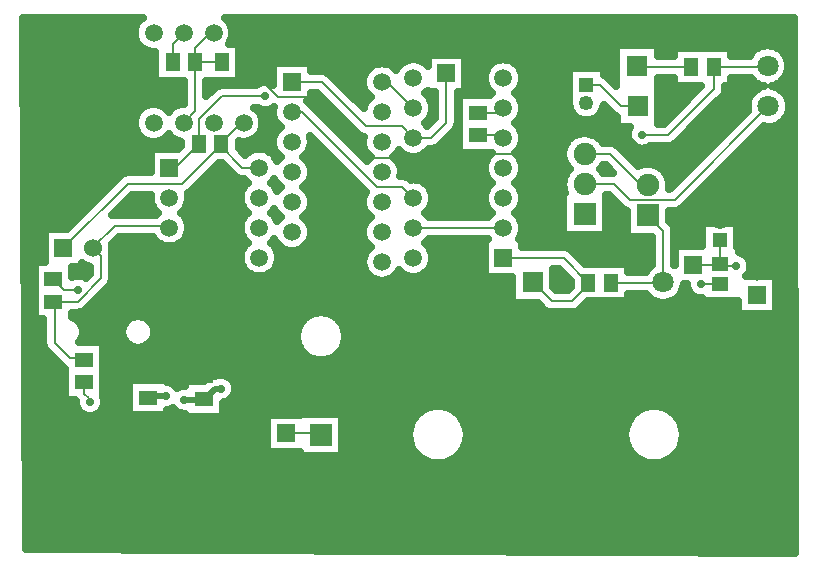
<source format=gbr>
G04 DipTrace 3.2.0.1*
G04 Bottom.gbr*
%MOMM*%
G04 #@! TF.FileFunction,Copper,L2,Bot*
G04 #@! TF.Part,Single*
G04 #@! TA.AperFunction,Conductor*
%ADD14C,0.5*%
%ADD15C,0.2*%
G04 #@! TA.AperFunction,CopperBalancing*
%ADD16C,0.635*%
%ADD17R,1.3X1.5*%
%ADD18R,1.5X1.3*%
G04 #@! TA.AperFunction,ComponentPad*
%ADD19R,1.25X1.25*%
%ADD20C,1.25*%
%ADD21R,1.8X1.8*%
%ADD22C,1.8*%
%ADD26R,1.9X1.9*%
%ADD27C,1.9*%
%ADD28R,1.5X1.5*%
%ADD29C,1.5*%
%ADD30R,1.45X1.2*%
G04 #@! TA.AperFunction,ComponentPad*
%ADD31R,1.524X1.524*%
%ADD32C,1.524*%
G04 #@! TA.AperFunction,ViaPad*
%ADD36C,0.7*%
%ADD38C,1.6*%
%FSLAX35Y35*%
G04*
G71*
G90*
G75*
G01*
G04 Bottom*
%LPD*%
X-3144050Y-1221330D2*
D14*
X-2682010D1*
X-2670860Y-1232480D1*
X-3144050Y-1221330D2*
X-3245960D1*
X-3581027Y-1556397D1*
Y-1766200D1*
X-2333537Y1426740D2*
D15*
Y1671543D1*
X-2337770Y1675777D1*
X-899553Y530633D2*
X-784527D1*
X-662230Y652930D1*
X31753D1*
X299573Y920750D1*
X803270D1*
X1084693Y639327D1*
X-3354370Y-144157D2*
X-3049023D1*
X-2966157Y-227023D1*
X-2333537Y1426740D2*
Y1423390D1*
X-2041770Y1131623D1*
X-1750507D1*
X-1239800Y620917D1*
X-989837D1*
X-899553Y530633D1*
X-2588597Y-667113D2*
X-2585873D1*
X-2662177Y-743417D1*
Y-1223797D1*
X-2670860Y-1232480D1*
X-2134090Y-1220810D2*
D14*
Y-1232480D1*
X-2670860D1*
X-2527573Y733897D2*
D15*
X-2547620D1*
X-2348700Y534977D1*
X-2204157D1*
X-1165137Y1259530D2*
X-1120450D1*
X-899553Y1038633D1*
X-2527573Y733897D2*
Y729233D1*
X-2855853Y400953D1*
X-3317260D1*
X-3862370Y-144157D1*
X-2527573Y733897D2*
X-2537773D1*
X-2357893Y913777D1*
X-2337770D1*
X-2840000Y-1428750D2*
D14*
X-2677130D1*
X-2670860Y-1422480D1*
X-2663610D1*
X-2576703Y-1335573D1*
X-2529667D1*
X-2937330Y1427897D2*
D15*
Y1584217D1*
X-2845770Y1675777D1*
X-2523537Y1426740D2*
X-2746173D1*
X-2747330Y1427897D1*
Y1547973D1*
X-2619527Y1675777D1*
X-2591770D1*
X-2747330Y1427897D2*
Y1012217D1*
X-2845770Y913777D1*
X-3737407Y-496683D2*
X-3860170D1*
X-3947533Y-409320D1*
X-3685913Y-1282887D2*
Y-1377070D1*
X-3646957Y-1416027D1*
Y-1449790D1*
X-3637723D1*
X-3685913Y-1092887D2*
Y-1079500D1*
X-3808250D1*
X-3937687Y-950063D1*
Y-599320D1*
X-3947533D1*
X-3741683D1*
X-3543290Y-400927D1*
Y-209237D1*
X-3608370Y-144157D1*
Y-136263D1*
X-3427880Y44227D1*
X-2983407D1*
X-2966157Y26977D1*
X-620000Y1333500D2*
Y917250D1*
X-752617Y784633D1*
X-899553D1*
X-1927137Y1259530D2*
X-1677193D1*
X-1301940Y884277D1*
X-999197D1*
X-899553Y784633D1*
X-2966157Y534977D2*
X-2916493D1*
X-2717573Y733897D1*
Y796883D1*
X-2711160Y803297D1*
Y946987D1*
X-2520400Y1137747D1*
X-2156220D1*
X-2153743Y1140223D1*
X-1927137Y1005530D2*
X-1842863D1*
X-1209010Y371677D1*
X-994597D1*
X-899553Y276633D1*
X-137553Y22633D2*
X-899553D1*
X-1980000Y-1714500D2*
X-1694037D1*
X-1681743Y-1726793D1*
X549530Y394667D2*
X799203D1*
X931877Y261993D1*
X1312143D1*
X2105787Y1055637D1*
X-2996233Y-1399140D2*
D14*
X-3131860D1*
X-3144050Y-1411330D1*
X-350497Y999517D2*
D15*
X-176670D1*
X-137553Y1038633D1*
X1000787Y1055637D2*
X854690D1*
X679180Y1231147D1*
X565800D1*
X1452090Y1386017D2*
X1004230D1*
X993800Y1396447D1*
X580287Y-438667D2*
Y-461480D1*
X445097Y-596670D1*
X271613D1*
X110480Y-435537D1*
X-137553Y-231367D2*
X372987D1*
X580287Y-438667D1*
X1642090Y1386017D2*
X2088370D1*
X2098800Y1396447D1*
X1642090Y1386017D2*
X1648543D1*
Y1203417D1*
X1258877Y813750D1*
X1034367D1*
X770287Y-438667D2*
X1212350D1*
X1215480Y-435537D1*
Y540D1*
X1084693Y131327D1*
X-350497Y809517D2*
X-162437D1*
X-137553Y784633D1*
X549530Y648667D2*
X767437D1*
X1035957Y380147D1*
X1079513D1*
X1084693Y385327D1*
X1536803Y-451733D2*
X1695850D1*
X1696467Y-451117D1*
Y-281117D2*
Y-298647D1*
X1835293D1*
X1693237Y-78180D2*
Y-277887D1*
X1696467Y-281117D1*
X1689030D1*
X1679800Y-290347D1*
X1471663D1*
D36*
X1835293Y-298647D3*
X1034367Y813750D3*
X-2153743Y1140223D3*
X-2840000Y-1428750D3*
X-2588597Y-667113D3*
X-3637723Y-1449790D3*
D38*
X-3581027Y-1766200D3*
X-3581023Y-1956700D3*
X-3581027Y-2147200D3*
X-3581023Y-2337700D3*
X-3581027Y-2528200D3*
X-3390523Y-1766200D3*
X-3390520Y-1956700D3*
X-3390523Y-2147200D3*
X-3390520Y-2337700D3*
X-3374650Y-2528200D3*
X-2469770Y-1766200D3*
Y-1956700D3*
Y-2147200D3*
Y-2337700D3*
X-2482157Y-2515813D3*
X-2279270Y-1766200D3*
X-2279267Y-1956700D3*
X-2279270Y-2147200D3*
X-2279267Y-2337700D3*
X-2279270Y-2528200D3*
X-3151523Y-2524370D3*
X-2914277Y-2518783D3*
X-2692027Y-2517030D3*
D36*
X1536803Y-451733D3*
X-2996233Y-1399140D3*
X-2529667Y-1335573D3*
X-3737407Y-496683D3*
X-3654053Y-1734917D2*
D16*
X-2202313D1*
X-3654420Y-1798083D2*
X-2201313D1*
X-3654693Y-1861250D2*
X-2200400D1*
X-3655057Y-1924417D2*
X-2199397D1*
X-3655330Y-1987583D2*
X-2198487D1*
X-3655697Y-2050750D2*
X-2197483D1*
X-3655970Y-2113917D2*
X-2196573D1*
X-3656333Y-2177083D2*
X-2195570D1*
X-3656607Y-2240250D2*
X-2194657D1*
X-3656970Y-2303417D2*
X-2193657D1*
X-3657243Y-2366583D2*
X-2192743D1*
X-3657610Y-2429750D2*
X-2191740D1*
X-3657883Y-2492917D2*
X-2190830D1*
X-3658247Y-2556083D2*
X-2189827D1*
X-2196900Y-1671750D2*
X-3660157D1*
X-3664757Y-2594173D1*
X-2182933Y-2589400D1*
X-2196910Y-1671807D1*
X-4196357Y1742947D2*
X-3250567D1*
X-2440979D2*
X2314889D1*
X-4195992Y1679780D2*
X-3265333D1*
X-2426213D2*
X2314980D1*
X-4195718Y1616613D2*
X-3254030D1*
X-2437515D2*
X2315071D1*
X-4195445Y1553447D2*
X-3208184D1*
X-2367880D2*
X813170D1*
X1174412D2*
X2016751D1*
X2180844D2*
X2315162D1*
X-4195172Y1490280D2*
X-3092976D1*
X-2367880D2*
X-785619D1*
X-454364D2*
X813170D1*
X1174412D2*
X1296425D1*
X1797758D2*
X1945566D1*
X2252029D2*
X2315253D1*
X-4194898Y1427113D2*
X-3092976D1*
X-2367880D2*
X-991244D1*
X-807828D2*
X-785642D1*
X-454364D2*
X-229265D1*
X-45849D2*
X813170D1*
X2276729D2*
X2315345D1*
X-4194534Y1363947D2*
X-3092976D1*
X-2367880D2*
X-2092741D1*
X-1761487D2*
X-1291752D1*
X-454364D2*
X-286322D1*
X11209D2*
X412675D1*
X718956D2*
X813170D1*
X2276365D2*
X2315436D1*
X-4194260Y1300780D2*
X-3092976D1*
X-2367880D2*
X-2092741D1*
X-1578739D2*
X-1325385D1*
X-454364D2*
X-303002D1*
X27888D2*
X412675D1*
X749125D2*
X813170D1*
X2250844D2*
X2315527D1*
X-4193987Y1237613D2*
X-2847976D1*
X-2646695D2*
X-2229004D1*
X-1515575D2*
X-1329304D1*
X-454364D2*
X-293432D1*
X18318D2*
X412675D1*
X1174412D2*
X1296425D1*
X1797758D2*
X2020670D1*
X2176925D2*
X2315618D1*
X-4193713Y1174447D2*
X-2847976D1*
X-2646695D2*
X-2623443D1*
X-1452411D2*
X-1306153D1*
X-454364D2*
X-250684D1*
X-24429D2*
X412675D1*
X1181430D2*
X1479902D1*
X1744620D2*
X1971907D1*
X2239633D2*
X2315800D1*
X-4193349Y1111280D2*
X-2847976D1*
X-1761487D2*
X-1668640D1*
X-1389247D2*
X-1290567D1*
X-751409D2*
X-720632D1*
X10571D2*
X412675D1*
X1181430D2*
X1416738D1*
X1696130D2*
X1934264D1*
X2277276D2*
X2315891D1*
X-4193075Y1048113D2*
X-3191687D1*
X-3007815D2*
X-2937754D1*
X-1745718D2*
X-1605476D1*
X27797D2*
X416412D1*
X1181430D2*
X1353574D1*
X1632966D2*
X1925332D1*
X2286300D2*
X2315983D1*
X-4192802Y984947D2*
X-3248653D1*
X-2188870D2*
X-2091465D1*
X-1682554D2*
X-1542312D1*
X-743205D2*
X-720623D1*
X18774D2*
X448587D1*
X683045D2*
X785917D1*
X1181430D2*
X1290410D1*
X1569802D2*
X1895436D1*
X2271443D2*
X2316074D1*
X-4192528Y921780D2*
X-3265241D1*
X-2172372D2*
X-2068952D1*
X-1619390D2*
X-1479148D1*
X-784950D2*
X-755176D1*
X-22971D2*
X820188D1*
X1181430D2*
X1227246D1*
X1506638D2*
X1832272D1*
X2223774D2*
X2316165D1*
X-4192255Y858613D2*
X-3255580D1*
X-2181942D2*
X-2051452D1*
X-1556226D2*
X-1415984D1*
X-539768D2*
X-516101D1*
X9841D2*
X917441D1*
X1443474D2*
X1769108D1*
X2048500D2*
X2316256D1*
X-4191890Y795447D2*
X-3212741D1*
X-2986760D2*
X-2958718D1*
X-2224781D2*
X-2086635D1*
X-1493062D2*
X-1339877D1*
X-602112D2*
X-516101D1*
X27706D2*
X440201D1*
X658800D2*
X910149D1*
X1380310D2*
X1705943D1*
X1985336D2*
X2316347D1*
X-4191617Y732280D2*
X-2873223D1*
X-2371890D2*
X-2091648D1*
X-1762672D2*
X-1709291D1*
X-1429898D2*
X-1329577D1*
X-665276D2*
X-516101D1*
X19229D2*
X384602D1*
X817393D2*
X940865D1*
X1312680D2*
X1642688D1*
X1922081D2*
X2316438D1*
X-4191343Y669113D2*
X-3131804D1*
X-2343179D2*
X-2296452D1*
X-2111851D2*
X-2069773D1*
X-1784455D2*
X-1646127D1*
X-1366734D2*
X-1307793D1*
X-783492D2*
X-516101D1*
X-21513D2*
X365097D1*
X886664D2*
X1579524D1*
X1858917D2*
X2316529D1*
X-4191070Y605947D2*
X-3131804D1*
X-1804052D2*
X-1582963D1*
X-1042073D2*
X-284226D1*
X9112D2*
X369016D1*
X949828D2*
X1516360D1*
X1795753D2*
X2316621D1*
X-4190797Y542780D2*
X-3131804D1*
X-2574325D2*
X-2496244D1*
X-1768049D2*
X-1519799D1*
X-1006070D2*
X-302728D1*
X27615D2*
X398457D1*
X700545D2*
X733600D1*
X1176782D2*
X1453196D1*
X1732589D2*
X2316712D1*
X-4190432Y479613D2*
X-3375619D1*
X-2637489D2*
X-2432989D1*
X-1762489D2*
X-1456635D1*
X-1000510D2*
X-294799D1*
X19685D2*
X385332D1*
X1243500D2*
X1390032D1*
X1669425D2*
X2316803D1*
X-4190159Y416447D2*
X-3441426D1*
X-2700653D2*
X-2316960D1*
X-2091435D2*
X-2070631D1*
X-1783635D2*
X-1393471D1*
X-816851D2*
X-254968D1*
X-20146D2*
X365188D1*
X1267654D2*
X1326868D1*
X1606261D2*
X2316894D1*
X-4189885Y353280D2*
X-3504590D1*
X-2763817D2*
X-2352416D1*
X-1805328D2*
X-1330307D1*
X-753596D2*
X-283497D1*
X8474D2*
X368743D1*
X1543097D2*
X2316985D1*
X-4189612Y290113D2*
X-3567754D1*
X-3288362D2*
X-3131530D1*
X-2800823D2*
X-2369551D1*
X-1768505D2*
X-1323835D1*
X-734455D2*
X-302637D1*
X27524D2*
X363912D1*
X735180D2*
X764042D1*
X1479933D2*
X2317076D1*
X-4189247Y226947D2*
X-3630918D1*
X-3351526D2*
X-3122325D1*
X-2809937D2*
X-2360346D1*
X-1762398D2*
X-1329942D1*
X-741838D2*
X-295254D1*
X20141D2*
X363912D1*
X735180D2*
X827207D1*
X1416768D2*
X2317259D1*
X-4188974Y163780D2*
X-3694174D1*
X-3414781D2*
X-3080398D1*
X-2851955D2*
X-2318418D1*
X-1782906D2*
X-1309343D1*
X-780758D2*
X-256335D1*
X-18778D2*
X363912D1*
X735180D2*
X899029D1*
X1270297D2*
X2317350D1*
X-4188700Y100613D2*
X-3757338D1*
X-2818596D2*
X-2351778D1*
X-1806604D2*
X-1285645D1*
X7654D2*
X363912D1*
X735180D2*
X899029D1*
X1270297D2*
X2317441D1*
X-4188427Y37447D2*
X-3820502D1*
X-2800823D2*
X-2369460D1*
X-1768870D2*
X-1323379D1*
X27433D2*
X363912D1*
X735180D2*
X899029D1*
X1308578D2*
X1540058D1*
X1846339D2*
X2317532D1*
X-4188153Y-25720D2*
X-4029226D1*
X-2809482D2*
X-2360801D1*
X-1762216D2*
X-1330033D1*
X20597D2*
X363912D1*
X735180D2*
X899029D1*
X1316143D2*
X1540058D1*
X1846339D2*
X2317623D1*
X-4187789Y-88887D2*
X-4029226D1*
X-3421252D2*
X-3081856D1*
X-2850497D2*
X-2319786D1*
X-1782177D2*
X-1310163D1*
X-779482D2*
X-303184D1*
X28071D2*
X1114863D1*
X1316143D2*
X1540058D1*
X1846339D2*
X2317714D1*
X-4187515Y-152053D2*
X-4029226D1*
X-3441760D2*
X-2351049D1*
X-2057255D2*
X-2006517D1*
X-1847802D2*
X-1284369D1*
X-755054D2*
X-303184D1*
X430297D2*
X1114863D1*
X1859646D2*
X2317805D1*
X-4187242Y-215220D2*
X-4029226D1*
X-3442672D2*
X-2369369D1*
X-2038935D2*
X-1323015D1*
X-734729D2*
X-303184D1*
X496560D2*
X1114863D1*
X1926912D2*
X2317897D1*
X-4186968Y-278387D2*
X-4113171D1*
X-3442672D2*
X-2361257D1*
X-2047047D2*
X-1330124D1*
X-741018D2*
X-303184D1*
X559724D2*
X1114863D1*
X1959177D2*
X2317988D1*
X-4186604Y-341553D2*
X-4113171D1*
X-3781916D2*
X-3643952D1*
X-3442672D2*
X-2321244D1*
X-2087060D2*
X-1310892D1*
X-778205D2*
X-303184D1*
X291117D2*
X343496D1*
X925948D2*
X1062363D1*
X1952979D2*
X2318079D1*
X-4186330Y-404720D2*
X-4113171D1*
X-3442763D2*
X-1246999D1*
X-1083271D2*
X-70124D1*
X291117D2*
X406660D1*
X2177745D2*
X2318170D1*
X-4186057Y-467887D2*
X-4113171D1*
X-3470562D2*
X-70124D1*
X291117D2*
X424615D1*
X1393071D2*
X1412231D1*
X2177745D2*
X2318261D1*
X-4185784Y-531053D2*
X-4113171D1*
X-3533726D2*
X-70124D1*
X1367641D2*
X1441347D1*
X2177745D2*
X2318352D1*
X-4185510Y-594220D2*
X-4113171D1*
X-3596890D2*
X-70124D1*
X925948D2*
X1137011D1*
X1293904D2*
X1533313D1*
X2177745D2*
X2318443D1*
X-4185146Y-657387D2*
X-4113171D1*
X-3660054D2*
X192649D1*
X524086D2*
X1846490D1*
X2177745D2*
X2318535D1*
X-4184872Y-720553D2*
X-4113171D1*
X-3781916D2*
X-1796335D1*
X-1567164D2*
X2318717D1*
X-4184599Y-783720D2*
X-4038340D1*
X-3710732D2*
X-3350189D1*
X-3110718D2*
X-1860228D1*
X-1503271D2*
X2318808D1*
X-4184325Y-846887D2*
X-4038340D1*
X-3690133D2*
X-3370788D1*
X-3090120D2*
X-1886934D1*
X-1476565D2*
X2318899D1*
X-4183961Y-910053D2*
X-4038340D1*
X-3701343D2*
X-3359577D1*
X-3101330D2*
X-1891765D1*
X-1471734D2*
X2318990D1*
X-4183687Y-973220D2*
X-4035424D1*
X-3520237D2*
X-3301700D1*
X-3159208D2*
X-1876270D1*
X-1487138D2*
X2319082D1*
X-4183414Y-1036387D2*
X-3991036D1*
X-3520237D2*
X-1834343D1*
X-1529065D2*
X2319173D1*
X-4183140Y-1099553D2*
X-3927872D1*
X-3520237D2*
X2319264D1*
X-4182867Y-1162720D2*
X-3858965D1*
X-3520237D2*
X2319355D1*
X-4182502Y-1225887D2*
X-3851583D1*
X-3520237D2*
X-2582924D1*
X-2476435D2*
X2319446D1*
X-4182229Y-1289053D2*
X-3851583D1*
X-3520237D2*
X-3309721D1*
X-2943922D2*
X-2836491D1*
X-2413453D2*
X2319537D1*
X-4181955Y-1352220D2*
X-3851583D1*
X-3520237D2*
X-3309721D1*
X-2405159D2*
X2319628D1*
X-4181682Y-1415387D2*
X-3851583D1*
X-3517138D2*
X-3309721D1*
X-2434690D2*
X2319720D1*
X-4181409Y-1478553D2*
X-3759799D1*
X-3515588D2*
X-3309721D1*
X-2505237D2*
X2319811D1*
X-4181044Y-1541720D2*
X-3720059D1*
X-3555328D2*
X-3309721D1*
X-2978375D2*
X-2884708D1*
X-2505237D2*
X-855984D1*
X-527463D2*
X973951D1*
X1302563D2*
X2319902D1*
X-4180771Y-1604887D2*
X-2145606D1*
X-1496070D2*
X-908666D1*
X-474872D2*
X921360D1*
X1355154D2*
X2319993D1*
X-4180497Y-1668053D2*
X-2145606D1*
X-1496070D2*
X-934187D1*
X-449260D2*
X895839D1*
X1380675D2*
X2320175D1*
X-4180224Y-1731220D2*
X-2145606D1*
X-1496070D2*
X-941387D1*
X-442151D2*
X888639D1*
X1387875D2*
X2320266D1*
X-4179859Y-1794387D2*
X-2145606D1*
X-1496070D2*
X-931817D1*
X-451721D2*
X898209D1*
X1378305D2*
X2320358D1*
X-4179586Y-1857553D2*
X-2145606D1*
X-1496070D2*
X-903288D1*
X-480250D2*
X926738D1*
X1349776D2*
X2320449D1*
X-4179312Y-1920720D2*
X-845046D1*
X-538492D2*
X984980D1*
X1291534D2*
X2320540D1*
X-4179039Y-1983887D2*
X2320631D1*
X-4178765Y-2047053D2*
X2320722D1*
X-4178401Y-2110220D2*
X2320813D1*
X-4178127Y-2173387D2*
X2320904D1*
X-4177854Y-2236553D2*
X2320996D1*
X-4177580Y-2299720D2*
X2321087D1*
X-4177216Y-2362887D2*
X2321178D1*
X-4176942Y-2426053D2*
X2321269D1*
X-4176669Y-2489220D2*
X2321360D1*
X-4176396Y-2552387D2*
X2321542D1*
X-4176122Y-2615553D2*
X2321634D1*
X-4175758Y-2678720D2*
X2321725D1*
X-2460183Y1586030D2*
X-2374247D1*
Y1267450D1*
X-2653062D1*
X-2653040Y1138509D1*
X-2581637Y1209445D1*
X-2569666Y1218142D1*
X-2556483Y1224859D1*
X-2542412Y1229432D1*
X-2527798Y1231746D1*
X-2403733Y1232037D1*
X-2229918D1*
X-2216072Y1241935D1*
X-2199394Y1250433D1*
X-2181591Y1256217D1*
X-2163103Y1259146D1*
X-2144384D1*
X-2125896Y1256217D1*
X-2108093Y1250433D1*
X-2091414Y1241935D1*
X-2086456Y1238621D1*
X-2086426Y1418820D1*
X-1767846D1*
Y1353833D1*
X-1669795Y1353529D1*
X-1655182Y1351215D1*
X-1641110Y1346643D1*
X-1627927Y1339925D1*
X-1615957Y1331229D1*
X-1528024Y1243707D1*
X-1321334Y1037017D1*
X-1316630Y1054753D1*
X-1307065Y1077846D1*
X-1294005Y1099158D1*
X-1277772Y1118165D1*
X-1261182Y1132493D1*
X-1277772Y1146895D1*
X-1294005Y1165902D1*
X-1307065Y1187214D1*
X-1316630Y1210307D1*
X-1322466Y1234612D1*
X-1324427Y1259530D1*
X-1322466Y1284448D1*
X-1316630Y1308753D1*
X-1307065Y1331846D1*
X-1294005Y1353158D1*
X-1277772Y1372165D1*
X-1258765Y1388398D1*
X-1237453Y1401458D1*
X-1214360Y1411024D1*
X-1190055Y1416859D1*
X-1165137Y1418820D1*
X-1140218Y1416859D1*
X-1115913Y1411024D1*
X-1092821Y1401458D1*
X-1071508Y1388398D1*
X-1052502Y1372165D1*
X-1043074Y1361791D1*
X-1035370Y1375862D1*
X-1020678Y1396084D1*
X-1003004Y1413758D1*
X-982782Y1428450D1*
X-960511Y1439798D1*
X-936739Y1447522D1*
X-912051Y1451432D1*
X-887056D1*
X-862368Y1447522D1*
X-838596Y1439798D1*
X-816325Y1428450D1*
X-796103Y1413758D1*
X-779257Y1396981D1*
X-779290Y1492790D1*
X-460710D1*
Y1174210D1*
X-525697D1*
X-526000Y909852D1*
X-528315Y895238D1*
X-532887Y881167D1*
X-539604Y867983D1*
X-548301Y856013D1*
X-635822Y768081D1*
X-691380Y712934D1*
X-703350Y704238D1*
X-716533Y697520D1*
X-730605Y692948D1*
X-745219Y690634D1*
X-771119Y690343D1*
X-786918Y671998D1*
X-805925Y655765D1*
X-827237Y642705D1*
X-850330Y633140D1*
X-874635Y627304D1*
X-899553Y625343D1*
X-924472Y627304D1*
X-948777Y633140D1*
X-971869Y642705D1*
X-993182Y655765D1*
X-1012188Y671998D1*
X-1021616Y682372D1*
X-1029320Y668301D1*
X-1044012Y648079D1*
X-1061686Y630405D1*
X-1069091Y624567D1*
X-1052502Y610165D1*
X-1036268Y591158D1*
X-1023208Y569846D1*
X-1013643Y546753D1*
X-1007808Y522448D1*
X-1005847Y497530D1*
X-1007808Y472612D1*
X-1009133Y465951D1*
X-987199Y465676D1*
X-972585Y463362D1*
X-958513Y458790D1*
X-945330Y452072D1*
X-933360Y443376D1*
X-923605Y434032D1*
X-899553Y435923D1*
X-874635Y433962D1*
X-850330Y428127D1*
X-827237Y418562D1*
X-805925Y405502D1*
X-786918Y389268D1*
X-770685Y370262D1*
X-757625Y348949D1*
X-748060Y325857D1*
X-742224Y301552D1*
X-740263Y276633D1*
X-742224Y251715D1*
X-748060Y227410D1*
X-757625Y204317D1*
X-770685Y183005D1*
X-786918Y163998D1*
X-803508Y149671D1*
X-786918Y135268D1*
X-771199Y116914D1*
X-265999Y116924D1*
X-250188Y135268D1*
X-233599Y149596D1*
X-250188Y163998D1*
X-266422Y183005D1*
X-279482Y204317D1*
X-289047Y227410D1*
X-294882Y251715D1*
X-296843Y276633D1*
X-294882Y301552D1*
X-289047Y325857D1*
X-279482Y348949D1*
X-266422Y370262D1*
X-250188Y389268D1*
X-233599Y403596D1*
X-250188Y417998D1*
X-266422Y437005D1*
X-279482Y458317D1*
X-289047Y481410D1*
X-294882Y505715D1*
X-296843Y530633D1*
X-294882Y555552D1*
X-289047Y579857D1*
X-279482Y602949D1*
X-266422Y624262D1*
X-250188Y643268D1*
X-233599Y657596D1*
X-237873Y660227D1*
X-509787D1*
Y1148807D1*
X-252664D1*
X-241004Y1159758D1*
X-233599Y1165596D1*
X-250188Y1179998D1*
X-266422Y1199005D1*
X-279482Y1220317D1*
X-289047Y1243410D1*
X-294882Y1267715D1*
X-296843Y1292633D1*
X-294882Y1317552D1*
X-289047Y1341857D1*
X-279482Y1364949D1*
X-266422Y1386262D1*
X-250188Y1405268D1*
X-231182Y1421502D1*
X-209869Y1434562D1*
X-186777Y1444127D1*
X-162472Y1449962D1*
X-137553Y1451923D1*
X-112635Y1449962D1*
X-88330Y1444127D1*
X-65237Y1434562D1*
X-43925Y1421502D1*
X-24918Y1405268D1*
X-8685Y1386262D1*
X4375Y1364949D1*
X13940Y1341857D1*
X19776Y1317552D1*
X21737Y1292633D1*
X19776Y1267715D1*
X13940Y1243410D1*
X4375Y1220317D1*
X-8685Y1199005D1*
X-24918Y1179998D1*
X-41508Y1165671D1*
X-24918Y1151268D1*
X-8685Y1132262D1*
X4375Y1110949D1*
X13940Y1087857D1*
X19776Y1063552D1*
X21737Y1038633D1*
X19776Y1013715D1*
X13940Y989410D1*
X4375Y966317D1*
X-8685Y945005D1*
X-24918Y925998D1*
X-41508Y911671D1*
X-24918Y897268D1*
X-8685Y878262D1*
X4375Y856949D1*
X13940Y833857D1*
X19776Y809552D1*
X21737Y784633D1*
X19776Y759715D1*
X13940Y735410D1*
X4375Y712317D1*
X-8685Y691005D1*
X-24918Y671998D1*
X-41508Y657671D1*
X-24918Y643268D1*
X-8685Y624262D1*
X4375Y602949D1*
X13940Y579857D1*
X19776Y555552D1*
X21737Y530633D1*
X19776Y505715D1*
X13940Y481410D1*
X4375Y458317D1*
X-8685Y437005D1*
X-24918Y417998D1*
X-41508Y403671D1*
X-24918Y389268D1*
X-8685Y370262D1*
X4375Y348949D1*
X13940Y325857D1*
X19776Y301552D1*
X21737Y276633D1*
X19776Y251715D1*
X13940Y227410D1*
X4375Y204317D1*
X-8685Y183005D1*
X-24918Y163998D1*
X-41508Y149671D1*
X-24918Y135268D1*
X-8685Y116262D1*
X4375Y94949D1*
X13940Y71857D1*
X19776Y47552D1*
X21737Y22633D1*
X19776Y-2285D1*
X13940Y-26590D1*
X4375Y-49683D1*
X-8685Y-70995D1*
X-9562Y-72108D1*
X21737Y-72077D1*
Y-137064D1*
X380385Y-137367D1*
X394998Y-139682D1*
X409070Y-144254D1*
X422253Y-150971D1*
X434223Y-159668D1*
X522156Y-247189D1*
X554316Y-279350D1*
X919577Y-279377D1*
Y-344364D1*
X1066966Y-344377D1*
X1082949Y-322344D1*
X1102288Y-303006D1*
X1121169Y-289098D1*
X1121190Y-47893D1*
X905404Y-47964D1*
Y171424D1*
X889070Y177980D1*
X876454Y185711D1*
X865203Y195320D1*
X760086Y300438D1*
X728748Y300376D1*
X728821Y-38624D1*
X370241D1*
Y319956D1*
X386556D1*
X379015Y339263D1*
X372447Y366620D1*
X370240Y394667D1*
X372447Y422714D1*
X379015Y450070D1*
X389781Y476063D1*
X404481Y500051D1*
X422753Y521444D1*
X413197Y532227D1*
X396660Y554988D1*
X383888Y580055D1*
X375194Y606812D1*
X370793Y634600D1*
Y662734D1*
X375194Y690521D1*
X383888Y717278D1*
X396660Y742345D1*
X413197Y765106D1*
X433090Y785000D1*
X455851Y801537D1*
X480919Y814309D1*
X507676Y823003D1*
X535463Y827404D1*
X563597D1*
X591384Y823003D1*
X618141Y814309D1*
X643209Y801537D1*
X665970Y785000D1*
X685863Y765106D1*
X702003Y742940D1*
X774835Y742666D1*
X789448Y740352D1*
X803520Y735779D1*
X816703Y729062D1*
X828673Y720365D1*
X916606Y632844D1*
X1004064Y545386D1*
X1029290Y555842D1*
X1056646Y562409D1*
X1084693Y564617D1*
X1112740Y562409D1*
X1140097Y555842D1*
X1166089Y545075D1*
X1190077Y530375D1*
X1211471Y512104D1*
X1229742Y490711D1*
X1244442Y466723D1*
X1255208Y440730D1*
X1261776Y413374D1*
X1263983Y385327D1*
X1261776Y357280D1*
X1261572Y356255D1*
X1278469Y361665D1*
X1935406Y1018602D1*
X1932034Y1041962D1*
Y1069311D1*
X1936312Y1096324D1*
X1944764Y1122335D1*
X1957180Y1146703D1*
X1973256Y1168829D1*
X1992594Y1188168D1*
X2014720Y1204243D1*
X2039089Y1216660D1*
X2065099Y1225111D1*
X2044941Y1230687D1*
X2019674Y1241153D1*
X1996355Y1255443D1*
X1975558Y1273205D1*
X1959617Y1291693D1*
X1791326Y1291726D1*
X1791380Y1226727D1*
X1742799D1*
X1742543Y1196019D1*
X1740228Y1181405D1*
X1735656Y1167333D1*
X1728939Y1154150D1*
X1720242Y1142180D1*
X1632721Y1054248D1*
X1320113Y742051D1*
X1308143Y733355D1*
X1294960Y726637D1*
X1280888Y722065D1*
X1266275Y719751D1*
X1142210Y719460D1*
X1107483D1*
X1096696Y712039D1*
X1080017Y703540D1*
X1062214Y697756D1*
X1043726Y694828D1*
X1025007D1*
X1006519Y697756D1*
X988716Y703540D1*
X972038Y712039D1*
X956894Y723041D1*
X943658Y736277D1*
X932655Y751421D1*
X924157Y768100D1*
X918373Y785902D1*
X915444Y804391D1*
Y823109D1*
X918373Y841598D1*
X924157Y859400D1*
X932655Y876079D1*
X936172Y881342D1*
X826497Y881346D1*
Y965656D1*
X811883Y971624D1*
X799268Y979354D1*
X788017Y988963D1*
X711773Y1065208D1*
X708534Y1046879D1*
X701416Y1024973D1*
X690959Y1004449D1*
X677420Y985814D1*
X661132Y969527D1*
X642498Y955988D1*
X621974Y945530D1*
X600067Y938412D1*
X577317Y934809D1*
X554283D1*
X531533Y938412D1*
X509626Y945530D1*
X489102Y955988D1*
X470468Y969527D1*
X454180Y985814D1*
X440641Y1004449D1*
X430184Y1024973D1*
X423066Y1046879D1*
X419463Y1069630D1*
X419010Y1084357D1*
Y1377937D1*
X712590D1*
Y1319330D1*
X728446Y1311542D1*
X740417Y1302845D1*
X819519Y1224154D1*
X819510Y1570736D1*
X1168090D1*
Y1480228D1*
X1302733Y1480307D1*
X1302800Y1545307D1*
X1791380D1*
Y1480320D1*
X1946061Y1480307D1*
X1957796Y1498892D1*
X1975558Y1519688D1*
X1996355Y1537450D1*
X2019674Y1551740D1*
X2044941Y1562206D1*
X2071535Y1568591D1*
X2098800Y1570737D1*
X2126065Y1568591D1*
X2152659Y1562206D1*
X2177926Y1551740D1*
X2201245Y1537450D1*
X2222042Y1519688D1*
X2239804Y1498892D1*
X2254094Y1475573D1*
X2264560Y1450305D1*
X2270944Y1423712D1*
X2273090Y1396447D1*
X2270944Y1369182D1*
X2264560Y1342588D1*
X2254094Y1317321D1*
X2239804Y1294002D1*
X2222042Y1273205D1*
X2201245Y1255443D1*
X2177926Y1241153D1*
X2152659Y1230687D1*
X2138596Y1226795D1*
X2159645Y1221396D1*
X2184913Y1210930D1*
X2208232Y1196640D1*
X2229028Y1178878D1*
X2246790Y1158082D1*
X2261080Y1134763D1*
X2271546Y1109495D1*
X2277931Y1082902D1*
X2280077Y1055637D1*
X2277931Y1028372D1*
X2271546Y1001778D1*
X2261080Y976511D1*
X2246790Y953192D1*
X2229028Y932395D1*
X2208232Y914633D1*
X2184913Y900343D1*
X2159645Y889877D1*
X2133052Y883492D1*
X2105787Y881347D1*
X2078522Y883492D1*
X2068927Y885401D1*
X1373380Y190295D1*
X1361410Y181598D1*
X1348227Y174881D1*
X1334155Y170309D1*
X1319541Y167994D1*
X1263927Y167703D1*
X1263984Y85395D1*
X1287179Y61777D1*
X1295876Y49806D1*
X1302593Y36623D1*
X1307165Y22552D1*
X1309479Y7938D1*
X1309770Y-116127D1*
Y-289030D1*
X1312374Y-286304D1*
Y-131057D1*
X1546527D1*
X1546447Y68610D1*
X1840027D1*
Y-136742D1*
X1853257Y-136827D1*
Y-180668D1*
X1872156Y-185195D1*
X1889450Y-192358D1*
X1905410Y-202139D1*
X1919644Y-214296D1*
X1931801Y-228530D1*
X1941582Y-244490D1*
X1948745Y-261784D1*
X1953115Y-279986D1*
X1954583Y-298647D1*
X1953115Y-317308D1*
X1948745Y-335509D1*
X1941582Y-352803D1*
X1931801Y-368764D1*
X1919644Y-382997D1*
X1917145Y-385307D1*
X2171377Y-385304D1*
Y-703884D1*
X1852797D1*
Y-595329D1*
X1539677Y-595407D1*
Y-571071D1*
X1518142Y-569555D1*
X1499941Y-565185D1*
X1482647Y-558022D1*
X1466686Y-548241D1*
X1452453Y-536084D1*
X1440296Y-521850D1*
X1430515Y-505890D1*
X1423352Y-488596D1*
X1418982Y-470394D1*
X1417513Y-451733D1*
X1417595Y-449649D1*
X1389144Y-449637D1*
X1384954Y-476224D1*
X1376503Y-502235D1*
X1364087Y-526603D1*
X1348011Y-548729D1*
X1328672Y-568068D1*
X1306546Y-584143D1*
X1282178Y-596560D1*
X1256167Y-605011D1*
X1229155Y-609289D1*
X1201805D1*
X1174793Y-605011D1*
X1148782Y-596560D1*
X1124414Y-584143D1*
X1102288Y-568068D1*
X1082949Y-548729D1*
X1071120Y-532959D1*
X919498Y-532957D1*
X919577Y-597957D1*
X577090D1*
X506333Y-668369D1*
X494363Y-677066D1*
X481180Y-683783D1*
X467108Y-688355D1*
X452495Y-690670D1*
X328430Y-690960D1*
X264215Y-690670D1*
X249602Y-688355D1*
X235530Y-683783D1*
X222347Y-677066D1*
X210377Y-668369D1*
X151382Y-609785D1*
X-63810Y-609827D1*
Y-390621D1*
X-296843Y-390657D1*
Y-72077D1*
X-265580D1*
X-347553Y-71657D1*
X-771108D1*
X-786918Y-90002D1*
X-803508Y-104329D1*
X-786918Y-118732D1*
X-770685Y-137738D1*
X-757625Y-159051D1*
X-748060Y-182143D1*
X-742224Y-206448D1*
X-740263Y-231367D1*
X-742224Y-256285D1*
X-748060Y-280590D1*
X-757625Y-303683D1*
X-770685Y-324995D1*
X-786918Y-344002D1*
X-805925Y-360235D1*
X-827237Y-373295D1*
X-850330Y-382860D1*
X-874635Y-388696D1*
X-899553Y-390657D1*
X-924472Y-388696D1*
X-948777Y-382860D1*
X-971869Y-373295D1*
X-993182Y-360235D1*
X-1012188Y-344002D1*
X-1021616Y-333628D1*
X-1029320Y-347699D1*
X-1044012Y-367921D1*
X-1061686Y-385595D1*
X-1081908Y-400287D1*
X-1104179Y-411635D1*
X-1127951Y-419359D1*
X-1152639Y-423269D1*
X-1177634D1*
X-1202322Y-419359D1*
X-1226094Y-411635D1*
X-1248365Y-400287D1*
X-1268587Y-385595D1*
X-1286262Y-367921D1*
X-1300954Y-347699D1*
X-1312301Y-325428D1*
X-1320025Y-301656D1*
X-1323936Y-276968D1*
Y-251972D1*
X-1320025Y-227284D1*
X-1312301Y-203512D1*
X-1300954Y-181241D1*
X-1286262Y-161019D1*
X-1268587Y-143345D1*
X-1261182Y-137507D1*
X-1277772Y-123105D1*
X-1294005Y-104098D1*
X-1307065Y-82786D1*
X-1316630Y-59693D1*
X-1322466Y-35388D1*
X-1324427Y-10470D1*
X-1322466Y14448D1*
X-1316630Y38753D1*
X-1307065Y61846D1*
X-1294005Y83158D1*
X-1277772Y102165D1*
X-1261182Y116493D1*
X-1277772Y130895D1*
X-1294005Y149902D1*
X-1307065Y171214D1*
X-1316630Y194307D1*
X-1322466Y218612D1*
X-1324427Y243530D1*
X-1322466Y268448D1*
X-1316630Y292753D1*
X-1307065Y315846D1*
X-1299569Y328831D1*
X-1777941Y807261D1*
X-1772248Y788716D1*
X-1768338Y764028D1*
Y739032D1*
X-1772248Y714344D1*
X-1779972Y690572D1*
X-1791320Y668301D1*
X-1806012Y648079D1*
X-1823686Y630405D1*
X-1831091Y624567D1*
X-1814502Y610165D1*
X-1798268Y591158D1*
X-1785208Y569846D1*
X-1775643Y546753D1*
X-1769808Y522448D1*
X-1767847Y497530D1*
X-1769808Y472612D1*
X-1775643Y448307D1*
X-1785208Y425214D1*
X-1798268Y403902D1*
X-1814502Y384895D1*
X-1831091Y370567D1*
X-1814502Y356165D1*
X-1798268Y337158D1*
X-1785208Y315846D1*
X-1775643Y292753D1*
X-1769808Y268448D1*
X-1767847Y243530D1*
X-1769808Y218612D1*
X-1775643Y194307D1*
X-1785208Y171214D1*
X-1798268Y149902D1*
X-1814502Y130895D1*
X-1831091Y116567D1*
X-1814502Y102165D1*
X-1798268Y83158D1*
X-1785208Y61846D1*
X-1775643Y38753D1*
X-1769808Y14448D1*
X-1767847Y-10470D1*
X-1769808Y-35388D1*
X-1775643Y-59693D1*
X-1785208Y-82786D1*
X-1798268Y-104098D1*
X-1814502Y-123105D1*
X-1833508Y-139338D1*
X-1854821Y-152398D1*
X-1877913Y-161964D1*
X-1902218Y-167799D1*
X-1927137Y-169760D1*
X-1952055Y-167799D1*
X-1976360Y-161964D1*
X-1999453Y-152398D1*
X-2020765Y-139338D1*
X-2039772Y-123105D1*
X-2056005Y-104098D1*
X-2069065Y-82786D1*
X-2075806Y-67348D1*
X-2091522Y-85658D1*
X-2108111Y-99986D1*
X-2091522Y-114388D1*
X-2075288Y-133395D1*
X-2062228Y-154707D1*
X-2052663Y-177800D1*
X-2046828Y-202105D1*
X-2044867Y-227023D1*
X-2046828Y-251942D1*
X-2052663Y-276247D1*
X-2062228Y-299339D1*
X-2075288Y-320652D1*
X-2091522Y-339658D1*
X-2110528Y-355892D1*
X-2131841Y-368952D1*
X-2154933Y-378517D1*
X-2179238Y-384352D1*
X-2204157Y-386313D1*
X-2229075Y-384352D1*
X-2253380Y-378517D1*
X-2276473Y-368952D1*
X-2297785Y-355892D1*
X-2316792Y-339658D1*
X-2333025Y-320652D1*
X-2346085Y-299339D1*
X-2355650Y-276247D1*
X-2361486Y-251942D1*
X-2363447Y-227023D1*
X-2361486Y-202105D1*
X-2355650Y-177800D1*
X-2346085Y-154707D1*
X-2333025Y-133395D1*
X-2316792Y-114388D1*
X-2300202Y-100061D1*
X-2316792Y-85658D1*
X-2333025Y-66652D1*
X-2346085Y-45339D1*
X-2355650Y-22247D1*
X-2361486Y2058D1*
X-2363447Y26977D1*
X-2361486Y51895D1*
X-2355650Y76200D1*
X-2346085Y99293D1*
X-2333025Y120605D1*
X-2316792Y139612D1*
X-2300202Y153939D1*
X-2316792Y168342D1*
X-2333025Y187348D1*
X-2346085Y208661D1*
X-2355650Y231753D1*
X-2361486Y256058D1*
X-2363447Y280977D1*
X-2361486Y305895D1*
X-2355650Y330200D1*
X-2346085Y353293D1*
X-2333025Y374605D1*
X-2316792Y393612D1*
X-2300202Y407939D1*
X-2316792Y422342D1*
X-2332511Y440696D1*
X-2356098Y440977D1*
X-2370712Y443292D1*
X-2384783Y447864D1*
X-2397967Y454581D1*
X-2409937Y463278D1*
X-2497869Y550799D1*
X-2521651Y574581D1*
X-2548817Y574607D1*
X-2794617Y329255D1*
X-2806612Y320544D1*
X-2808828Y305895D1*
X-2806867Y280977D1*
X-2808828Y256058D1*
X-2814663Y231753D1*
X-2824228Y208661D1*
X-2837288Y187348D1*
X-2853522Y168342D1*
X-2870111Y154014D1*
X-2853522Y139612D1*
X-2837288Y120605D1*
X-2824228Y99293D1*
X-2814663Y76200D1*
X-2808828Y51895D1*
X-2806867Y26977D1*
X-2808828Y2058D1*
X-2814663Y-22247D1*
X-2824228Y-45339D1*
X-2837288Y-66652D1*
X-2853522Y-85658D1*
X-2872528Y-101892D1*
X-2893841Y-114952D1*
X-2916933Y-124517D1*
X-2941238Y-130352D1*
X-2966157Y-132313D1*
X-2991075Y-130352D1*
X-3015380Y-124517D1*
X-3038473Y-114952D1*
X-3059785Y-101892D1*
X-3078792Y-85658D1*
X-3095025Y-66652D1*
X-3105435Y-50071D1*
X-3388914Y-50064D1*
X-3451114Y-112354D1*
X-3448375Y-131565D1*
Y-156749D1*
X-3452314Y-181622D1*
X-3451605Y-187225D1*
X-3449290Y-201839D1*
X-3449000Y-325903D1*
X-3449290Y-408325D1*
X-3451605Y-422938D1*
X-3456177Y-437010D1*
X-3462894Y-450193D1*
X-3471591Y-462163D1*
X-3559113Y-550096D1*
X-3680447Y-671019D1*
X-3692417Y-679716D1*
X-3705600Y-686433D1*
X-3719672Y-691005D1*
X-3734285Y-693320D1*
X-3788259Y-693610D1*
X-3788243Y-728117D1*
X-3769494Y-736007D1*
X-3751526Y-747017D1*
X-3735503Y-760703D1*
X-3721817Y-776726D1*
X-3710807Y-794694D1*
X-3702743Y-814162D1*
X-3697823Y-834652D1*
X-3696170Y-855660D1*
X-3697823Y-876668D1*
X-3702743Y-897158D1*
X-3710807Y-916626D1*
X-3721817Y-934594D1*
X-3728536Y-943597D1*
X-3526623D1*
Y-1406397D1*
X-3521729Y-1421942D1*
X-3518801Y-1440431D1*
Y-1459149D1*
X-3521729Y-1477638D1*
X-3527514Y-1495440D1*
X-3536012Y-1512119D1*
X-3547015Y-1527263D1*
X-3560251Y-1540499D1*
X-3575394Y-1551501D1*
X-3592073Y-1560000D1*
X-3609876Y-1565784D1*
X-3628364Y-1568712D1*
X-3647083D1*
X-3665571Y-1565784D1*
X-3683374Y-1560000D1*
X-3700052Y-1551501D1*
X-3715196Y-1540499D1*
X-3728432Y-1527263D1*
X-3739435Y-1512119D1*
X-3747933Y-1495440D1*
X-3753717Y-1477638D1*
X-3756646Y-1459149D1*
X-3756538Y-1439522D1*
X-3762212Y-1432468D1*
X-3845203Y-1432177D1*
Y-1166305D1*
X-3857516Y-1159896D1*
X-3869487Y-1151199D1*
X-3957419Y-1063677D1*
X-4009385Y-1011300D1*
X-4018082Y-999330D1*
X-4024799Y-986147D1*
X-4029372Y-972075D1*
X-4031686Y-957461D1*
X-4031977Y-833397D1*
Y-748540D1*
X-4106823Y-748611D1*
Y-260031D1*
X-4022877D1*
X-4022860Y16333D1*
X-3835191D1*
X-3378496Y472652D1*
X-3366526Y481349D1*
X-3353343Y488066D1*
X-3339272Y492638D1*
X-3324658Y494953D1*
X-3200593Y495243D1*
X-3125398D1*
X-3125446Y694266D1*
X-2890563D1*
X-2866835Y717982D1*
X-2866863Y755896D1*
X-2882956Y758888D1*
X-2906728Y766612D1*
X-2928999Y777960D1*
X-2949221Y792652D1*
X-2966895Y810326D1*
X-2972733Y817731D1*
X-2987135Y801142D1*
X-3006142Y784908D1*
X-3027454Y771848D1*
X-3050547Y762283D1*
X-3074852Y756448D1*
X-3099770Y754487D1*
X-3124688Y756448D1*
X-3148993Y762283D1*
X-3172086Y771848D1*
X-3193398Y784908D1*
X-3212405Y801142D1*
X-3228638Y820148D1*
X-3241698Y841461D1*
X-3251264Y864553D1*
X-3257099Y888858D1*
X-3259060Y913777D1*
X-3257099Y938695D1*
X-3251264Y963000D1*
X-3241698Y986093D1*
X-3228638Y1007405D1*
X-3212405Y1026412D1*
X-3193398Y1042645D1*
X-3172086Y1055705D1*
X-3148993Y1065270D1*
X-3124688Y1071106D1*
X-3099770Y1073067D1*
X-3074852Y1071106D1*
X-3050547Y1065270D1*
X-3027454Y1055705D1*
X-3006142Y1042645D1*
X-2987135Y1026412D1*
X-2972807Y1009822D1*
X-2958405Y1026412D1*
X-2939398Y1042645D1*
X-2918086Y1055705D1*
X-2894993Y1065270D1*
X-2870688Y1071106D1*
X-2845770Y1073067D1*
X-2841620Y1072904D1*
Y1268610D1*
X-3086619Y1268606D1*
Y1516978D1*
X-3112268D1*
X-3136956Y1520888D1*
X-3160728Y1528612D1*
X-3182999Y1539960D1*
X-3203221Y1554652D1*
X-3220895Y1572326D1*
X-3235587Y1592548D1*
X-3246935Y1614819D1*
X-3254659Y1638591D1*
X-3258569Y1663279D1*
Y1688274D1*
X-3254659Y1712962D1*
X-3246935Y1736734D1*
X-3235587Y1759005D1*
X-3220895Y1779227D1*
X-3203221Y1796902D1*
X-3192870Y1804998D1*
X-4203033Y1806079D1*
X-4182056Y-2696719D1*
X2328044Y-2724679D1*
X2321142Y1799121D1*
X-2497513Y1804250D1*
X-2479135Y1788412D1*
X-2462902Y1769405D1*
X-2449842Y1748093D1*
X-2440276Y1725000D1*
X-2434441Y1700695D1*
X-2432480Y1675777D1*
X-2434441Y1650858D1*
X-2440276Y1626553D1*
X-2449842Y1603461D1*
X-2460323Y1586008D1*
X-2806816Y-1273190D2*
X-2668913D1*
X-2647682Y-1252468D1*
X-2633807Y-1242388D1*
X-2618527Y-1234602D1*
X-2602217Y-1229303D1*
X-2575317Y-1225364D1*
X-2557514Y-1219579D1*
X-2539026Y-1216651D1*
X-2520307D1*
X-2501819Y-1219579D1*
X-2484016Y-1225364D1*
X-2467338Y-1233862D1*
X-2452194Y-1244865D1*
X-2438958Y-1258101D1*
X-2427955Y-1273244D1*
X-2419457Y-1289923D1*
X-2413673Y-1307726D1*
X-2410744Y-1326214D1*
Y-1344933D1*
X-2413673Y-1363421D1*
X-2419457Y-1381224D1*
X-2427955Y-1397902D1*
X-2438958Y-1413046D1*
X-2452194Y-1426282D1*
X-2467338Y-1437285D1*
X-2484016Y-1445783D1*
X-2501819Y-1451567D1*
X-2511551Y-1453459D1*
X-2511570Y-1571770D1*
X-2830150D1*
X-2830641Y-1547672D1*
X-2849359D1*
X-2867848Y-1544744D1*
X-2885650Y-1538960D1*
X-2902329Y-1530461D1*
X-2917473Y-1519459D1*
X-2930709Y-1506223D1*
X-2934628Y-1501252D1*
X-2950583Y-1509350D1*
X-2968386Y-1515134D1*
X-2984730Y-1517809D1*
X-2984760Y-1560620D1*
X-3303340D1*
Y-1262040D1*
X-2984760D1*
Y-1280361D1*
X-2968386Y-1283146D1*
X-2950583Y-1288930D1*
X-2933904Y-1297429D1*
X-2918761Y-1308431D1*
X-2905525Y-1321667D1*
X-2901606Y-1326638D1*
X-2885650Y-1318540D1*
X-2867848Y-1312756D1*
X-2849359Y-1309828D1*
X-2830168Y-1309884D1*
X-2830150Y-1273190D1*
X-2806816D1*
X1168143Y1229926D2*
X1175077D1*
Y908090D1*
X1219848Y908040D1*
X1538493Y1226712D1*
X1302800Y1226727D1*
Y1291714D1*
X1168171Y1291726D1*
X1168090Y1229946D1*
X284770Y-325687D2*
Y-476442D1*
X310629Y-502339D1*
X406053Y-502380D1*
X430950Y-477470D1*
X430997Y-422683D1*
X333992Y-325718D1*
X284849Y-325657D1*
X-3096584Y-866196D2*
X-3099880Y-887009D1*
X-3106392Y-907051D1*
X-3115959Y-925826D1*
X-3128345Y-942874D1*
X-3143246Y-957775D1*
X-3160294Y-970161D1*
X-3179069Y-979728D1*
X-3199111Y-986240D1*
X-3219924Y-989536D1*
X-3240996D1*
X-3261809Y-986240D1*
X-3281851Y-979728D1*
X-3300626Y-970161D1*
X-3317674Y-957775D1*
X-3332575Y-942874D1*
X-3344961Y-925826D1*
X-3354528Y-907051D1*
X-3361040Y-887009D1*
X-3364336Y-866196D1*
Y-845124D1*
X-3361040Y-824311D1*
X-3354528Y-804269D1*
X-3344961Y-785494D1*
X-3332575Y-768446D1*
X-3317674Y-753545D1*
X-3300626Y-741159D1*
X-3281851Y-731592D1*
X-3261809Y-725080D1*
X-3240996Y-721784D1*
X-3219924D1*
X-3199111Y-725080D1*
X-3179069Y-731592D1*
X-3160294Y-741159D1*
X-3143246Y-753545D1*
X-3128345Y-768446D1*
X-3115959Y-785494D1*
X-3106392Y-804269D1*
X-3099880Y-824311D1*
X-3096584Y-845124D1*
Y-866196D1*
X-1837700Y-1547504D2*
X-1502453D1*
Y-1906084D1*
X-1861033D1*
Y-1873727D1*
X-2139290Y-1873790D1*
Y-1555210D1*
X-1861021D1*
X-1861033Y-1547504D1*
X-1837700D1*
X-449203Y-1745882D2*
X-451449Y-1764852D1*
X-455175Y-1783588D1*
X-460361Y-1801974D1*
X-466973Y-1819896D1*
X-474970Y-1837245D1*
X-484305Y-1853912D1*
X-494918Y-1869796D1*
X-506744Y-1884798D1*
X-519711Y-1898825D1*
X-533739Y-1911793D1*
X-548741Y-1923619D1*
X-564625Y-1934232D1*
X-581292Y-1943566D1*
X-598640Y-1951564D1*
X-616563Y-1958176D1*
X-634948Y-1963361D1*
X-653684Y-1967088D1*
X-672655Y-1969333D1*
X-691743Y-1970083D1*
X-710832Y-1969333D1*
X-729802Y-1967088D1*
X-748538Y-1963361D1*
X-766924Y-1958176D1*
X-784846Y-1951564D1*
X-802195Y-1943566D1*
X-818862Y-1934232D1*
X-834746Y-1923619D1*
X-849748Y-1911793D1*
X-863775Y-1898825D1*
X-876743Y-1884798D1*
X-888569Y-1869796D1*
X-899182Y-1853912D1*
X-908516Y-1837245D1*
X-916514Y-1819896D1*
X-923126Y-1801974D1*
X-928311Y-1783588D1*
X-932038Y-1764852D1*
X-934283Y-1745882D1*
X-935033Y-1726793D1*
X-934283Y-1707705D1*
X-932038Y-1688734D1*
X-928311Y-1669998D1*
X-923126Y-1651613D1*
X-916514Y-1633690D1*
X-908516Y-1616342D1*
X-899182Y-1599675D1*
X-888569Y-1583791D1*
X-876743Y-1568789D1*
X-863775Y-1554761D1*
X-849748Y-1541794D1*
X-834746Y-1529968D1*
X-818862Y-1519355D1*
X-802195Y-1510020D1*
X-784846Y-1502023D1*
X-766924Y-1495411D1*
X-748538Y-1490225D1*
X-729802Y-1486499D1*
X-710832Y-1484253D1*
X-691743Y-1483503D1*
X-672655Y-1484253D1*
X-653684Y-1486499D1*
X-634948Y-1490225D1*
X-616563Y-1495411D1*
X-598640Y-1502023D1*
X-581292Y-1510020D1*
X-564625Y-1519355D1*
X-548741Y-1529968D1*
X-533739Y-1541794D1*
X-519711Y-1554761D1*
X-506744Y-1568789D1*
X-494918Y-1583791D1*
X-484305Y-1599675D1*
X-474970Y-1616342D1*
X-466973Y-1633690D1*
X-460361Y-1651613D1*
X-455175Y-1669998D1*
X-451449Y-1688734D1*
X-449203Y-1707705D1*
X-448453Y-1726793D1*
X-449203Y-1745882D1*
X1380797D2*
X1378551Y-1764852D1*
X1374825Y-1783588D1*
X1369639Y-1801974D1*
X1363027Y-1819896D1*
X1355030Y-1837245D1*
X1345695Y-1853912D1*
X1335082Y-1869796D1*
X1323256Y-1884798D1*
X1310289Y-1898825D1*
X1296261Y-1911793D1*
X1281259Y-1923619D1*
X1265375Y-1934232D1*
X1248708Y-1943566D1*
X1231360Y-1951564D1*
X1213437Y-1958176D1*
X1195052Y-1963361D1*
X1176316Y-1967088D1*
X1157345Y-1969333D1*
X1138257Y-1970083D1*
X1119168Y-1969333D1*
X1100198Y-1967088D1*
X1081462Y-1963361D1*
X1063076Y-1958176D1*
X1045154Y-1951564D1*
X1027805Y-1943566D1*
X1011138Y-1934232D1*
X995254Y-1923619D1*
X980252Y-1911793D1*
X966225Y-1898825D1*
X953257Y-1884798D1*
X941431Y-1869796D1*
X930818Y-1853912D1*
X921484Y-1837245D1*
X913486Y-1819896D1*
X906874Y-1801974D1*
X901689Y-1783588D1*
X897962Y-1764852D1*
X895717Y-1745882D1*
X894967Y-1726793D1*
X895717Y-1707705D1*
X897962Y-1688734D1*
X901689Y-1669998D1*
X906874Y-1651613D1*
X913486Y-1633690D1*
X921484Y-1616342D1*
X930818Y-1599675D1*
X941431Y-1583791D1*
X953257Y-1568789D1*
X966225Y-1554761D1*
X980252Y-1541794D1*
X995254Y-1529968D1*
X1011138Y-1519355D1*
X1027805Y-1510020D1*
X1045154Y-1502023D1*
X1063076Y-1495411D1*
X1081462Y-1490225D1*
X1100198Y-1486499D1*
X1119168Y-1484253D1*
X1138257Y-1483503D1*
X1157345Y-1484253D1*
X1176316Y-1486499D1*
X1195052Y-1490225D1*
X1213437Y-1495411D1*
X1231360Y-1502023D1*
X1248708Y-1510020D1*
X1265375Y-1519355D1*
X1281259Y-1529968D1*
X1296261Y-1541794D1*
X1310289Y-1554761D1*
X1323256Y-1568789D1*
X1335082Y-1583791D1*
X1345695Y-1599675D1*
X1355030Y-1616342D1*
X1363027Y-1633690D1*
X1369639Y-1651613D1*
X1374825Y-1669998D1*
X1378551Y-1688734D1*
X1380797Y-1707705D1*
X1381547Y-1726793D1*
X1380797Y-1745882D1*
X-1478083Y-909822D2*
X-1479968Y-925751D1*
X-1483098Y-941484D1*
X-1487452Y-956922D1*
X-1493004Y-971972D1*
X-1499720Y-986539D1*
X-1507557Y-1000535D1*
X-1516469Y-1013872D1*
X-1526400Y-1026469D1*
X-1537288Y-1038248D1*
X-1549068Y-1049137D1*
X-1561665Y-1059067D1*
X-1575002Y-1067979D1*
X-1588998Y-1075817D1*
X-1603565Y-1082533D1*
X-1618614Y-1088085D1*
X-1634053Y-1092439D1*
X-1649785Y-1095568D1*
X-1665715Y-1097454D1*
X-1681743Y-1098083D1*
X-1697772Y-1097454D1*
X-1713701Y-1095568D1*
X-1729434Y-1092439D1*
X-1744872Y-1088085D1*
X-1759922Y-1082533D1*
X-1774489Y-1075817D1*
X-1788485Y-1067979D1*
X-1801822Y-1059067D1*
X-1814419Y-1049137D1*
X-1826198Y-1038248D1*
X-1837087Y-1026469D1*
X-1847017Y-1013872D1*
X-1855929Y-1000535D1*
X-1863767Y-986539D1*
X-1870483Y-971972D1*
X-1876035Y-956922D1*
X-1880389Y-941484D1*
X-1883518Y-925751D1*
X-1885404Y-909822D1*
X-1886033Y-893793D1*
X-1885404Y-877765D1*
X-1883518Y-861835D1*
X-1880389Y-846103D1*
X-1876035Y-830664D1*
X-1870483Y-815615D1*
X-1863767Y-801048D1*
X-1855929Y-787052D1*
X-1847017Y-773715D1*
X-1837087Y-761118D1*
X-1826198Y-749338D1*
X-1814419Y-738450D1*
X-1801822Y-728519D1*
X-1788485Y-719607D1*
X-1774489Y-711770D1*
X-1759922Y-705054D1*
X-1744872Y-699502D1*
X-1729434Y-695148D1*
X-1713701Y-692018D1*
X-1697772Y-690133D1*
X-1681743Y-689503D1*
X-1665715Y-690133D1*
X-1649785Y-692018D1*
X-1634053Y-695148D1*
X-1618614Y-699502D1*
X-1603565Y-705054D1*
X-1588998Y-711770D1*
X-1575002Y-719607D1*
X-1561665Y-728519D1*
X-1549068Y-738450D1*
X-1537288Y-749338D1*
X-1526400Y-761118D1*
X-1516469Y-773715D1*
X-1507557Y-787052D1*
X-1499720Y-801048D1*
X-1493004Y-815615D1*
X-1487452Y-830664D1*
X-1483098Y-846103D1*
X-1479968Y-861835D1*
X-1478083Y-877765D1*
X-1477453Y-893793D1*
X-1478083Y-909822D1*
X-2081299Y1045550D2*
X-2091414Y1038512D1*
X-2108093Y1030014D1*
X-2125896Y1024229D1*
X-2144384Y1021301D1*
X-2163103D1*
X-2181591Y1024229D1*
X-2199394Y1030014D1*
X-2216072Y1038512D1*
X-2223465Y1043451D1*
X-2245269Y1043456D1*
X-2234319Y1034902D1*
X-2216645Y1017227D1*
X-2201953Y997005D1*
X-2190605Y974734D1*
X-2182881Y950962D1*
X-2178971Y926274D1*
Y901279D1*
X-2182881Y876591D1*
X-2190605Y852819D1*
X-2201953Y830548D1*
X-2216645Y810326D1*
X-2234319Y792652D1*
X-2254541Y777960D1*
X-2276812Y766612D1*
X-2300584Y758888D1*
X-2325272Y754978D1*
X-2350268D1*
X-2374956Y758888D1*
X-2378294Y759829D1*
X-2378283Y697861D1*
X-2322207Y641830D1*
X-2307607Y656102D1*
X-2287385Y670794D1*
X-2265114Y682141D1*
X-2241342Y689865D1*
X-2216654Y693776D1*
X-2191659D1*
X-2166971Y689865D1*
X-2143199Y682141D1*
X-2120928Y670794D1*
X-2100706Y656102D1*
X-2083032Y638427D1*
X-2068340Y618205D1*
X-2056992Y595934D1*
X-2055487Y591855D1*
X-2039772Y610165D1*
X-2023182Y624493D1*
X-2039772Y638895D1*
X-2056005Y657902D1*
X-2069065Y679214D1*
X-2078630Y702307D1*
X-2084466Y726612D1*
X-2086427Y751530D1*
X-2084466Y776448D1*
X-2078630Y800753D1*
X-2069065Y823846D1*
X-2056005Y845158D1*
X-2039772Y864165D1*
X-2023182Y878493D1*
X-2039772Y892895D1*
X-2056005Y911902D1*
X-2069065Y933214D1*
X-2078630Y956307D1*
X-2084466Y980612D1*
X-2086427Y1005530D1*
X-2084466Y1030448D1*
X-2081243Y1045490D1*
X-3788243Y-304601D2*
Y-388820D1*
X-3774269Y-383232D1*
X-3756068Y-378862D1*
X-3737407Y-377393D1*
X-3718746Y-378862D1*
X-3700544Y-383232D1*
X-3683250Y-390395D1*
X-3672431Y-396740D1*
X-3637629Y-361919D1*
X-3637580Y-302033D1*
X-3657964Y-296792D1*
X-3681231Y-287154D1*
X-3701844Y-274570D1*
X-3701880Y-304647D1*
X-3788195D1*
X-714369Y1174210D2*
X-779290D1*
Y1188155D1*
X-796103Y1171508D1*
X-803508Y1165671D1*
X-786918Y1151268D1*
X-770685Y1132262D1*
X-757625Y1110949D1*
X-748060Y1087857D1*
X-742224Y1063552D1*
X-740263Y1038633D1*
X-742224Y1013715D1*
X-748060Y989410D1*
X-757625Y966317D1*
X-770685Y945005D1*
X-786918Y925998D1*
X-803508Y911671D1*
X-786918Y897268D1*
X-780385Y890201D1*
X-714301Y956295D1*
X-714290Y1174190D1*
X-1767846Y1165161D2*
Y1100240D1*
X-1799109D1*
X-1787428Y1081811D1*
X-1776190Y1072203D1*
X-1294428Y590441D1*
X-1286262Y600981D1*
X-1268587Y618655D1*
X-1261182Y624493D1*
X-1277772Y638895D1*
X-1294005Y657902D1*
X-1307065Y679214D1*
X-1316630Y702307D1*
X-1322466Y726612D1*
X-1324427Y751530D1*
X-1322466Y776448D1*
X-1319217Y791584D1*
X-1331077Y794602D1*
X-1344747Y800264D1*
X-1357362Y807994D1*
X-1368633Y817625D1*
X-1716191Y1165182D1*
X-1767883Y1165240D1*
X-2023182Y370567D2*
X-2039772Y384895D1*
X-2056005Y403902D1*
X-2069065Y425214D1*
X-2075806Y440652D1*
X-2091522Y422342D1*
X-2108111Y408014D1*
X-2091522Y393612D1*
X-2075288Y374605D1*
X-2062228Y353293D1*
X-2055487Y337855D1*
X-2039772Y356165D1*
X-2023182Y370493D1*
Y116567D2*
X-2039772Y130895D1*
X-2056005Y149902D1*
X-2069065Y171214D1*
X-2075806Y186652D1*
X-2091522Y168342D1*
X-2108111Y154014D1*
X-2091522Y139612D1*
X-2075288Y120605D1*
X-2062228Y99293D1*
X-2055487Y83855D1*
X-2039772Y102165D1*
X-2023182Y116493D1*
X-3062202Y154014D2*
X-3078792Y168342D1*
X-3095025Y187348D1*
X-3108085Y208661D1*
X-3117650Y231753D1*
X-3123486Y256058D1*
X-3125447Y280977D1*
X-3123486Y305895D1*
X-3123324Y306710D1*
X-3278132Y306663D1*
X-3448641Y136226D1*
X-3435278Y138226D1*
X-3311213Y138517D1*
X-3079794D1*
X-3069607Y148102D1*
X-3062202Y153939D1*
X676105Y521630D2*
X685863Y511106D1*
X702003Y488940D1*
X793778Y488957D1*
X728434Y554322D1*
X702085Y554377D1*
X685863Y532227D1*
X676105Y521703D1*
D17*
X-2523537Y1426740D3*
X-2333537D3*
D18*
X-350497Y999517D3*
Y809517D3*
D19*
X565800Y1231147D3*
D20*
Y1081147D3*
D18*
X-2670860Y-1422480D3*
Y-1232480D3*
X-3144050Y-1411330D3*
Y-1221330D3*
D19*
X1693237Y-78180D3*
D20*
Y71820D3*
D21*
X1000787Y1055637D3*
D22*
X2105787D3*
D21*
X993800Y1396447D3*
D22*
X2098800D3*
D21*
X110480Y-435537D3*
D22*
X1215480D3*
D26*
X-1681743Y-1726793D3*
D27*
X2128257D3*
D28*
X2012087Y-544593D3*
D29*
Y-344593D3*
D30*
X1696467Y-451117D3*
Y-281117D3*
D17*
X-2937330Y1427897D3*
X-2747330D3*
D18*
X-3947533Y-409320D3*
Y-599320D3*
X-3685913Y-1282887D3*
Y-1092887D3*
D31*
X-3862370Y-144157D3*
D32*
X-3608370D3*
X-3354370D3*
D17*
X-2717573Y733897D3*
X-2527573D3*
X1452090Y1386017D3*
X1642090D3*
X580287Y-438667D3*
X770287D3*
D28*
X-1980000Y-1714500D3*
X-620000Y1333500D3*
X1471663Y-290347D3*
X-2134090Y-1220810D3*
X-2337770Y1675777D3*
D29*
X-2591770D3*
X-2845770D3*
X-3099770D3*
Y913777D3*
X-2845770D3*
X-2591770D3*
X-2337770D3*
D28*
X-1927137Y1259530D3*
D29*
Y1005530D3*
Y751530D3*
Y497530D3*
Y243530D3*
Y-10470D3*
Y-264470D3*
X-1165137D3*
Y-10470D3*
Y243530D3*
Y497530D3*
Y751530D3*
Y1005530D3*
Y1259530D3*
D28*
X-137553Y-231367D3*
D29*
Y22633D3*
Y276633D3*
Y530633D3*
Y784633D3*
Y1038633D3*
Y1292633D3*
X-899553D3*
Y1038633D3*
Y784633D3*
Y530633D3*
Y276633D3*
Y22633D3*
Y-231367D3*
D28*
X-2966157Y534977D3*
D29*
Y280977D3*
Y26977D3*
Y-227023D3*
X-2204157D3*
Y26977D3*
Y280977D3*
Y534977D3*
D26*
X549530Y140667D3*
D27*
Y394667D3*
Y648667D3*
D26*
X1084693Y131327D3*
D27*
Y385327D3*
Y639327D3*
M02*

</source>
